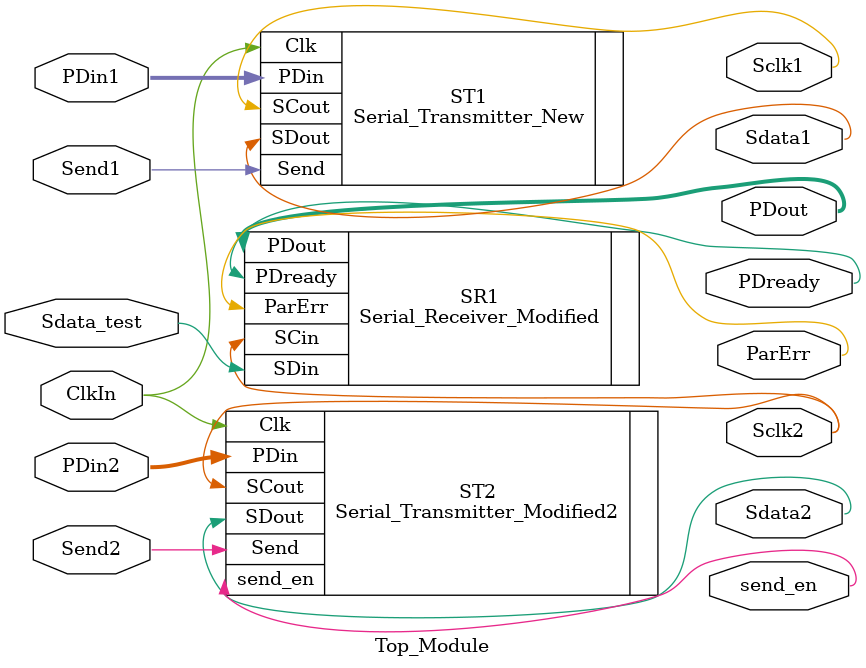
<source format=v>
module Top_Module (ClkIn, PDin1, PDin2, Send1, Send2, PDready, ParErr,PDout,Sclk1,Sclk2,Sdata1,Sdata2,Sdata_test,send_en);

	input ClkIn,Send1,Send2,Sdata_test;
	input [7:0] PDin1, PDin2;
	
	
	output ParErr,PDready,Sclk1,Sclk2,Sdata1,Sdata2,send_en;
	output [7:0] PDout; 

	Serial_Transmitter_New ST1 (.Clk(ClkIn), .Send(Send1), .PDin(PDin1), .SCout(Sclk1), .SDout(Sdata1));
	
	Serial_Transmitter_Modified2 ST2 (.Clk(ClkIn), .Send(Send2), .PDin(PDin2), .SCout(Sclk2), .SDout(Sdata2),.send_en(send_en));

	Serial_Receiver_Modified SR1(.SCin(Sclk2), .SDin(Sdata_test), .PDready(PDready), .PDout(PDout),.ParErr(ParErr));


endmodule 
</source>
